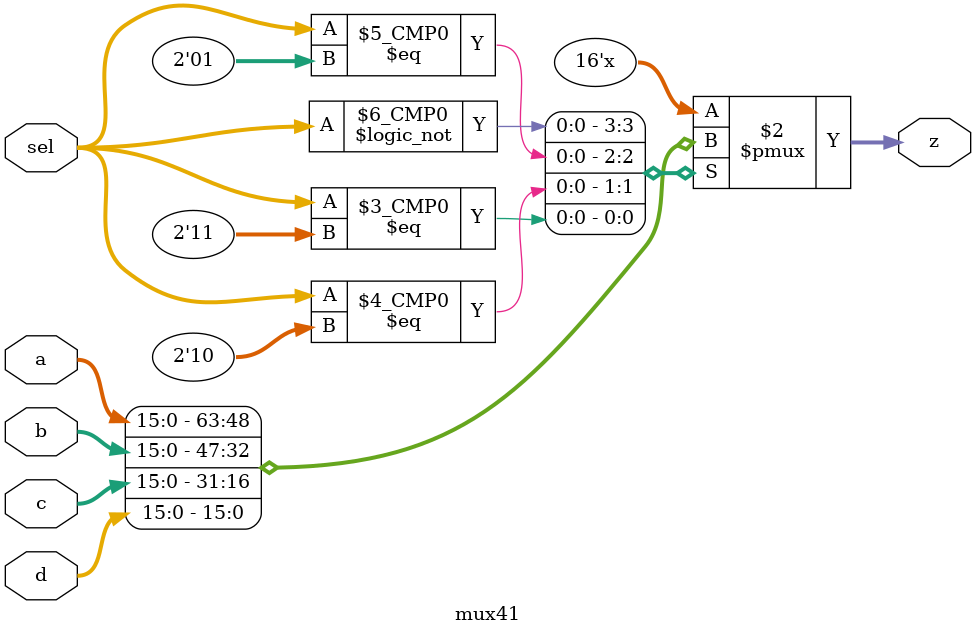
<source format=v>
module mux41(output reg[15:0] z, input[15:0] a,b,c,d, input[1:0] sel);
	always@(*) begin
	case(sel)
		2'b00: z=a;
		2'b01: z=b;
		2'b10: z=c;
		2'b11: z=d;
	endcase
	end
endmodule

</source>
